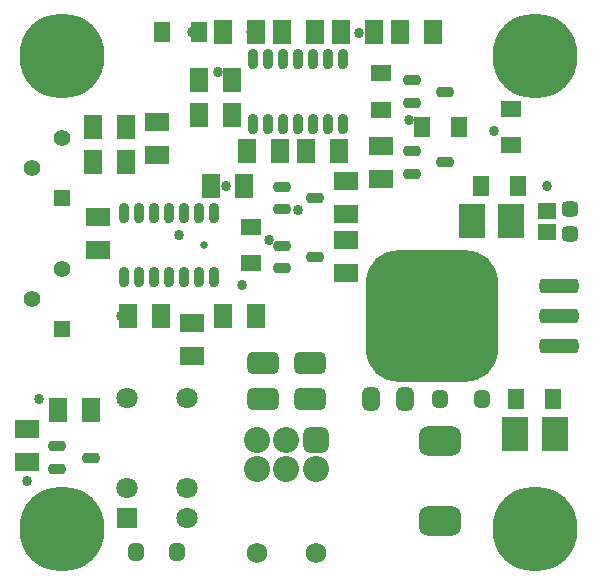
<source format=gts>
G04*
G04 #@! TF.GenerationSoftware,Altium Limited,Altium Designer,22.11.1 (43)*
G04*
G04 Layer_Color=8388736*
%FSLAX44Y44*%
%MOMM*%
G71*
G04*
G04 #@! TF.SameCoordinates,75D7284C-96A1-4F7D-B096-18610DFFEBA5*
G04*
G04*
G04 #@! TF.FilePolarity,Negative*
G04*
G01*
G75*
G04:AMPARAMS|DCode=30|XSize=0.8032mm|YSize=1.6532mm|CornerRadius=0.2516mm|HoleSize=0mm|Usage=FLASHONLY|Rotation=0.000|XOffset=0mm|YOffset=0mm|HoleType=Round|Shape=RoundedRectangle|*
%AMROUNDEDRECTD30*
21,1,0.8032,1.1500,0,0,0.0*
21,1,0.3000,1.6532,0,0,0.0*
1,1,0.5032,0.1500,-0.5750*
1,1,0.5032,-0.1500,-0.5750*
1,1,0.5032,-0.1500,0.5750*
1,1,0.5032,0.1500,0.5750*
%
%ADD30ROUNDEDRECTD30*%
G04:AMPARAMS|DCode=31|XSize=11.2032mm|YSize=11.2032mm|CornerRadius=2.8516mm|HoleSize=0mm|Usage=FLASHONLY|Rotation=270.000|XOffset=0mm|YOffset=0mm|HoleType=Round|Shape=RoundedRectangle|*
%AMROUNDEDRECTD31*
21,1,11.2032,5.5000,0,0,270.0*
21,1,5.5000,11.2032,0,0,270.0*
1,1,5.7032,-2.7500,-2.7500*
1,1,5.7032,-2.7500,2.7500*
1,1,5.7032,2.7500,2.7500*
1,1,5.7032,2.7500,-2.7500*
%
%ADD31ROUNDEDRECTD31*%
G04:AMPARAMS|DCode=32|XSize=1.2532mm|YSize=3.3032mm|CornerRadius=0.3641mm|HoleSize=0mm|Usage=FLASHONLY|Rotation=270.000|XOffset=0mm|YOffset=0mm|HoleType=Round|Shape=RoundedRectangle|*
%AMROUNDEDRECTD32*
21,1,1.2532,2.5750,0,0,270.0*
21,1,0.5250,3.3032,0,0,270.0*
1,1,0.7282,-1.2875,-0.2625*
1,1,0.7282,-1.2875,0.2625*
1,1,0.7282,1.2875,0.2625*
1,1,0.7282,1.2875,-0.2625*
%
%ADD32ROUNDEDRECTD32*%
%ADD33R,1.5532X1.3532*%
%ADD34R,2.1532X1.6032*%
%ADD35R,1.6032X2.1532*%
G04:AMPARAMS|DCode=36|XSize=0.8532mm|YSize=1.4532mm|CornerRadius=0.2641mm|HoleSize=0mm|Usage=FLASHONLY|Rotation=90.000|XOffset=0mm|YOffset=0mm|HoleType=Round|Shape=RoundedRectangle|*
%AMROUNDEDRECTD36*
21,1,0.8532,0.9250,0,0,90.0*
21,1,0.3250,1.4532,0,0,90.0*
1,1,0.5282,0.4625,0.1625*
1,1,0.5282,0.4625,-0.1625*
1,1,0.5282,-0.4625,-0.1625*
1,1,0.5282,-0.4625,0.1625*
%
%ADD36ROUNDEDRECTD36*%
G04:AMPARAMS|DCode=37|XSize=1.9532mm|YSize=1.4532mm|CornerRadius=0.4141mm|HoleSize=0mm|Usage=FLASHONLY|Rotation=90.000|XOffset=0mm|YOffset=0mm|HoleType=Round|Shape=RoundedRectangle|*
%AMROUNDEDRECTD37*
21,1,1.9532,0.6250,0,0,90.0*
21,1,1.1250,1.4532,0,0,90.0*
1,1,0.8282,0.3125,0.5625*
1,1,0.8282,0.3125,-0.5625*
1,1,0.8282,-0.3125,-0.5625*
1,1,0.8282,-0.3125,0.5625*
%
%ADD37ROUNDEDRECTD37*%
G04:AMPARAMS|DCode=38|XSize=1.5032mm|YSize=1.3032mm|CornerRadius=0.3766mm|HoleSize=0mm|Usage=FLASHONLY|Rotation=270.000|XOffset=0mm|YOffset=0mm|HoleType=Round|Shape=RoundedRectangle|*
%AMROUNDEDRECTD38*
21,1,1.5032,0.5500,0,0,270.0*
21,1,0.7500,1.3032,0,0,270.0*
1,1,0.7532,-0.2750,-0.3750*
1,1,0.7532,-0.2750,0.3750*
1,1,0.7532,0.2750,0.3750*
1,1,0.7532,0.2750,-0.3750*
%
%ADD38ROUNDEDRECTD38*%
G04:AMPARAMS|DCode=39|XSize=1.4032mm|YSize=1.3032mm|CornerRadius=0.3766mm|HoleSize=0mm|Usage=FLASHONLY|Rotation=180.000|XOffset=0mm|YOffset=0mm|HoleType=Round|Shape=RoundedRectangle|*
%AMROUNDEDRECTD39*
21,1,1.4032,0.5500,0,0,180.0*
21,1,0.6500,1.3032,0,0,180.0*
1,1,0.7532,-0.3250,0.2750*
1,1,0.7532,0.3250,0.2750*
1,1,0.7532,0.3250,-0.2750*
1,1,0.7532,-0.3250,-0.2750*
%
%ADD39ROUNDEDRECTD39*%
G04:AMPARAMS|DCode=40|XSize=1.9032mm|YSize=2.7032mm|CornerRadius=0.5266mm|HoleSize=0mm|Usage=FLASHONLY|Rotation=270.000|XOffset=0mm|YOffset=0mm|HoleType=Round|Shape=RoundedRectangle|*
%AMROUNDEDRECTD40*
21,1,1.9032,1.6500,0,0,270.0*
21,1,0.8500,2.7032,0,0,270.0*
1,1,1.0532,-0.8250,-0.4250*
1,1,1.0532,-0.8250,0.4250*
1,1,1.0532,0.8250,0.4250*
1,1,1.0532,0.8250,-0.4250*
%
%ADD40ROUNDEDRECTD40*%
G04:AMPARAMS|DCode=41|XSize=3.5032mm|YSize=2.5032mm|CornerRadius=0.6766mm|HoleSize=0mm|Usage=FLASHONLY|Rotation=180.000|XOffset=0mm|YOffset=0mm|HoleType=Round|Shape=RoundedRectangle|*
%AMROUNDEDRECTD41*
21,1,3.5032,1.1500,0,0,180.0*
21,1,2.1500,2.5032,0,0,180.0*
1,1,1.3532,-1.0750,0.5750*
1,1,1.3532,1.0750,0.5750*
1,1,1.3532,1.0750,-0.5750*
1,1,1.3532,-1.0750,-0.5750*
%
%ADD41ROUNDEDRECTD41*%
%ADD42R,1.8032X1.4032*%
%ADD43R,1.4032X1.8032*%
%ADD44R,2.2032X3.0032*%
%ADD45C,1.8032*%
%ADD46R,1.8032X1.8032*%
%ADD47R,1.4032X1.4032*%
%ADD48C,1.4032*%
%ADD49C,7.2032*%
%ADD50C,2.2032*%
G04:AMPARAMS|DCode=51|XSize=2.2032mm|YSize=2.2032mm|CornerRadius=0.6016mm|HoleSize=0mm|Usage=FLASHONLY|Rotation=0.000|XOffset=0mm|YOffset=0mm|HoleType=Round|Shape=RoundedRectangle|*
%AMROUNDEDRECTD51*
21,1,2.2032,1.0000,0,0,0.0*
21,1,1.0000,2.2032,0,0,0.0*
1,1,1.2032,0.5000,-0.5000*
1,1,1.2032,-0.5000,-0.5000*
1,1,1.2032,-0.5000,0.5000*
1,1,1.2032,0.5000,0.5000*
%
%ADD51ROUNDEDRECTD51*%
%ADD52C,1.7272*%
%ADD53C,0.8600*%
%ADD54C,0.6600*%
%ADD55C,0.9032*%
D30*
X178100Y367250D02*
D03*
X165400D02*
D03*
X152700D02*
D03*
X140000D02*
D03*
X127300D02*
D03*
X114600D02*
D03*
X101900D02*
D03*
X178100Y312750D02*
D03*
X165400D02*
D03*
X152700D02*
D03*
X140000D02*
D03*
X127300D02*
D03*
X114600D02*
D03*
X101900D02*
D03*
X211900Y442750D02*
D03*
X224600D02*
D03*
X237300D02*
D03*
X250000D02*
D03*
X262700D02*
D03*
X275400D02*
D03*
X288100D02*
D03*
X211900Y497250D02*
D03*
X224600D02*
D03*
X237300D02*
D03*
X250000D02*
D03*
X262700D02*
D03*
X275400D02*
D03*
X288100D02*
D03*
D31*
X363250Y280000D02*
D03*
D32*
X470500Y305400D02*
D03*
Y280000D02*
D03*
Y254600D02*
D03*
D33*
X460000Y350750D02*
D03*
Y369250D02*
D03*
D34*
X20000Y184000D02*
D03*
Y156000D02*
D03*
X320000Y424000D02*
D03*
Y396000D02*
D03*
X290000Y316000D02*
D03*
Y344000D02*
D03*
Y366000D02*
D03*
Y394000D02*
D03*
X80000Y364000D02*
D03*
Y336000D02*
D03*
X160000Y274000D02*
D03*
Y246000D02*
D03*
X130000Y416000D02*
D03*
Y444000D02*
D03*
D35*
X46000Y200000D02*
D03*
X74000D02*
D03*
X284000Y420000D02*
D03*
X256000D02*
D03*
X166000Y480000D02*
D03*
X194000D02*
D03*
Y450000D02*
D03*
X166000D02*
D03*
X206000Y420000D02*
D03*
X234000D02*
D03*
X364000Y520000D02*
D03*
X336000D02*
D03*
X314000D02*
D03*
X286000D02*
D03*
X214000D02*
D03*
X186000D02*
D03*
X264000D02*
D03*
X236000D02*
D03*
X76000Y410000D02*
D03*
X104000D02*
D03*
X186000Y280000D02*
D03*
X214000D02*
D03*
X106000D02*
D03*
X134000D02*
D03*
X176000Y390000D02*
D03*
X204000D02*
D03*
X104000Y440000D02*
D03*
X76000D02*
D03*
D36*
X74250Y160000D02*
D03*
X45750Y150500D02*
D03*
Y169500D02*
D03*
X374250Y410000D02*
D03*
X345750Y400500D02*
D03*
Y419500D02*
D03*
X374250Y470000D02*
D03*
X345750Y460500D02*
D03*
Y479500D02*
D03*
X264250Y330000D02*
D03*
X235750Y320500D02*
D03*
Y339500D02*
D03*
X264250Y380000D02*
D03*
X235750Y370500D02*
D03*
Y389500D02*
D03*
D37*
X311500Y210000D02*
D03*
X340000D02*
D03*
D38*
X112500Y80000D02*
D03*
X147500D02*
D03*
X370000Y210000D02*
D03*
X405000D02*
D03*
D39*
X480000Y370500D02*
D03*
Y349500D02*
D03*
D40*
X259750Y240000D02*
D03*
X220250D02*
D03*
X259750Y210000D02*
D03*
X220250D02*
D03*
D41*
X370000Y106000D02*
D03*
Y174000D02*
D03*
D42*
X430000Y455500D02*
D03*
Y424500D02*
D03*
X320000Y485500D02*
D03*
Y454500D02*
D03*
X210000Y324500D02*
D03*
Y355500D02*
D03*
D43*
X354500Y440000D02*
D03*
X385500D02*
D03*
X165500Y520000D02*
D03*
X134500D02*
D03*
X435500Y390000D02*
D03*
X404500D02*
D03*
X434500Y210000D02*
D03*
X465500D02*
D03*
D44*
X396500Y360000D02*
D03*
X430000D02*
D03*
X466750Y180000D02*
D03*
X433250D02*
D03*
D45*
X155400Y210800D02*
D03*
Y134600D02*
D03*
Y109200D02*
D03*
X104600Y210800D02*
D03*
Y134600D02*
D03*
D46*
Y109200D02*
D03*
D47*
X50000Y269200D02*
D03*
Y380000D02*
D03*
D48*
Y320000D02*
D03*
X24600Y294600D02*
D03*
X50000Y430800D02*
D03*
X24600Y405400D02*
D03*
D49*
X450000Y100000D02*
D03*
X50000D02*
D03*
X450000Y500000D02*
D03*
X50000D02*
D03*
D50*
X214750Y175150D02*
D03*
Y150150D02*
D03*
X239750Y175150D02*
D03*
X264750Y150150D02*
D03*
X239750D02*
D03*
D51*
X264750Y175150D02*
D03*
D52*
X265000Y79100D02*
D03*
X215000D02*
D03*
D53*
X181500Y486250D02*
D03*
X343500Y445521D02*
D03*
X415219Y436802D02*
D03*
X470500Y254600D02*
D03*
X301500Y519158D02*
D03*
X460000Y390000D02*
D03*
X250000Y370000D02*
D03*
X148558Y348558D02*
D03*
X290000Y344000D02*
D03*
X160000Y520000D02*
D03*
X210000D02*
D03*
X100000Y280000D02*
D03*
X20000Y140000D02*
D03*
X30000Y210000D02*
D03*
X224874Y344500D02*
D03*
X80000Y364000D02*
D03*
X188500Y390000D02*
D03*
X202074Y306456D02*
D03*
D54*
X170000Y340000D02*
D03*
D55*
X450000Y127500D02*
D03*
X470000Y120000D02*
D03*
X477500Y100000D02*
D03*
X470000Y80000D02*
D03*
X450000Y72500D02*
D03*
X430000Y80000D02*
D03*
X422500Y100000D02*
D03*
X430000Y120000D02*
D03*
X50000Y127500D02*
D03*
X70000Y120000D02*
D03*
X77500Y100000D02*
D03*
X70000Y80000D02*
D03*
X50000Y72500D02*
D03*
X30000Y80000D02*
D03*
X22500Y100000D02*
D03*
X30000Y120000D02*
D03*
X450000Y527500D02*
D03*
X470000Y520000D02*
D03*
X477500Y500000D02*
D03*
X470000Y480000D02*
D03*
X450000Y472500D02*
D03*
X430000Y480000D02*
D03*
X422500Y500000D02*
D03*
X430000Y520000D02*
D03*
X50000Y527500D02*
D03*
X70000Y520000D02*
D03*
X77500Y500000D02*
D03*
X70000Y480000D02*
D03*
X50000Y472500D02*
D03*
X30000Y480000D02*
D03*
X22500Y500000D02*
D03*
X30000Y520000D02*
D03*
M02*

</source>
